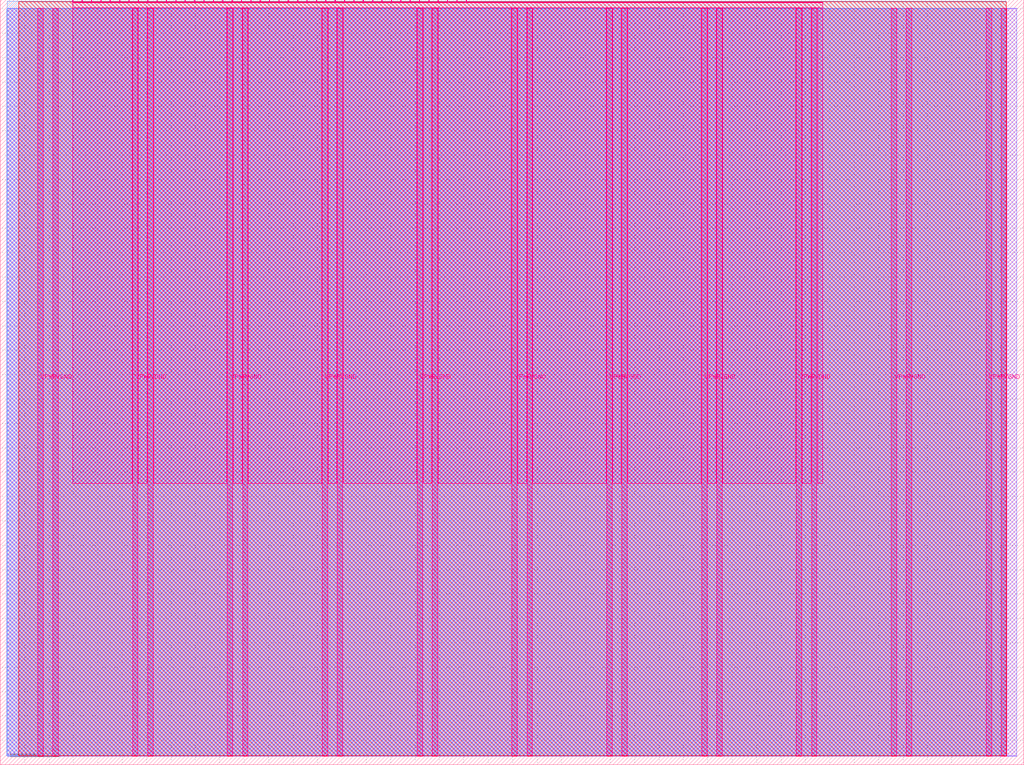
<source format=lef>
VERSION 5.7 ;
  NOWIREEXTENSIONATPIN ON ;
  DIVIDERCHAR "/" ;
  BUSBITCHARS "[]" ;
MACRO tt_um_space_invaders_game
  CLASS BLOCK ;
  FOREIGN tt_um_space_invaders_game ;
  ORIGIN 0.000 0.000 ;
  SIZE 419.520 BY 313.740 ;
  PIN VGND
    DIRECTION INOUT ;
    USE GROUND ;
    PORT
      LAYER Metal5 ;
        RECT 21.580 3.560 23.780 310.180 ;
    END
    PORT
      LAYER Metal5 ;
        RECT 60.450 3.560 62.650 310.180 ;
    END
    PORT
      LAYER Metal5 ;
        RECT 99.320 3.560 101.520 310.180 ;
    END
    PORT
      LAYER Metal5 ;
        RECT 138.190 3.560 140.390 310.180 ;
    END
    PORT
      LAYER Metal5 ;
        RECT 177.060 3.560 179.260 310.180 ;
    END
    PORT
      LAYER Metal5 ;
        RECT 215.930 3.560 218.130 310.180 ;
    END
    PORT
      LAYER Metal5 ;
        RECT 254.800 3.560 257.000 310.180 ;
    END
    PORT
      LAYER Metal5 ;
        RECT 293.670 3.560 295.870 310.180 ;
    END
    PORT
      LAYER Metal5 ;
        RECT 332.540 3.560 334.740 310.180 ;
    END
    PORT
      LAYER Metal5 ;
        RECT 371.410 3.560 373.610 310.180 ;
    END
    PORT
      LAYER Metal5 ;
        RECT 410.280 3.560 412.480 310.180 ;
    END
  END VGND
  PIN VPWR
    DIRECTION INOUT ;
    USE POWER ;
    PORT
      LAYER Metal5 ;
        RECT 15.380 3.560 17.580 310.180 ;
    END
    PORT
      LAYER Metal5 ;
        RECT 54.250 3.560 56.450 310.180 ;
    END
    PORT
      LAYER Metal5 ;
        RECT 93.120 3.560 95.320 310.180 ;
    END
    PORT
      LAYER Metal5 ;
        RECT 131.990 3.560 134.190 310.180 ;
    END
    PORT
      LAYER Metal5 ;
        RECT 170.860 3.560 173.060 310.180 ;
    END
    PORT
      LAYER Metal5 ;
        RECT 209.730 3.560 211.930 310.180 ;
    END
    PORT
      LAYER Metal5 ;
        RECT 248.600 3.560 250.800 310.180 ;
    END
    PORT
      LAYER Metal5 ;
        RECT 287.470 3.560 289.670 310.180 ;
    END
    PORT
      LAYER Metal5 ;
        RECT 326.340 3.560 328.540 310.180 ;
    END
    PORT
      LAYER Metal5 ;
        RECT 365.210 3.560 367.410 310.180 ;
    END
    PORT
      LAYER Metal5 ;
        RECT 404.080 3.560 406.280 310.180 ;
    END
  END VPWR
  PIN clk
    DIRECTION INPUT ;
    USE SIGNAL ;
    ANTENNAGATEAREA 0.213200 ;
    PORT
      LAYER Metal5 ;
        RECT 187.050 312.740 187.350 313.740 ;
    END
  END clk
  PIN ena
    DIRECTION INPUT ;
    USE SIGNAL ;
    PORT
      LAYER Metal5 ;
        RECT 190.890 312.740 191.190 313.740 ;
    END
  END ena
  PIN rst_n
    DIRECTION INPUT ;
    USE SIGNAL ;
    ANTENNAGATEAREA 0.314600 ;
    PORT
      LAYER Metal5 ;
        RECT 183.210 312.740 183.510 313.740 ;
    END
  END rst_n
  PIN ui_in[0]
    DIRECTION INPUT ;
    USE SIGNAL ;
    ANTENNAGATEAREA 0.180700 ;
    PORT
      LAYER Metal5 ;
        RECT 179.370 312.740 179.670 313.740 ;
    END
  END ui_in[0]
  PIN ui_in[1]
    DIRECTION INPUT ;
    USE SIGNAL ;
    ANTENNAGATEAREA 0.180700 ;
    PORT
      LAYER Metal5 ;
        RECT 175.530 312.740 175.830 313.740 ;
    END
  END ui_in[1]
  PIN ui_in[2]
    DIRECTION INPUT ;
    USE SIGNAL ;
    ANTENNAGATEAREA 0.180700 ;
    PORT
      LAYER Metal5 ;
        RECT 171.690 312.740 171.990 313.740 ;
    END
  END ui_in[2]
  PIN ui_in[3]
    DIRECTION INPUT ;
    USE SIGNAL ;
    PORT
      LAYER Metal5 ;
        RECT 167.850 312.740 168.150 313.740 ;
    END
  END ui_in[3]
  PIN ui_in[4]
    DIRECTION INPUT ;
    USE SIGNAL ;
    PORT
      LAYER Metal5 ;
        RECT 164.010 312.740 164.310 313.740 ;
    END
  END ui_in[4]
  PIN ui_in[5]
    DIRECTION INPUT ;
    USE SIGNAL ;
    PORT
      LAYER Metal5 ;
        RECT 160.170 312.740 160.470 313.740 ;
    END
  END ui_in[5]
  PIN ui_in[6]
    DIRECTION INPUT ;
    USE SIGNAL ;
    PORT
      LAYER Metal5 ;
        RECT 156.330 312.740 156.630 313.740 ;
    END
  END ui_in[6]
  PIN ui_in[7]
    DIRECTION INPUT ;
    USE SIGNAL ;
    PORT
      LAYER Metal5 ;
        RECT 152.490 312.740 152.790 313.740 ;
    END
  END ui_in[7]
  PIN uio_in[0]
    DIRECTION INPUT ;
    USE SIGNAL ;
    PORT
      LAYER Metal5 ;
        RECT 148.650 312.740 148.950 313.740 ;
    END
  END uio_in[0]
  PIN uio_in[1]
    DIRECTION INPUT ;
    USE SIGNAL ;
    PORT
      LAYER Metal5 ;
        RECT 144.810 312.740 145.110 313.740 ;
    END
  END uio_in[1]
  PIN uio_in[2]
    DIRECTION INPUT ;
    USE SIGNAL ;
    PORT
      LAYER Metal5 ;
        RECT 140.970 312.740 141.270 313.740 ;
    END
  END uio_in[2]
  PIN uio_in[3]
    DIRECTION INPUT ;
    USE SIGNAL ;
    PORT
      LAYER Metal5 ;
        RECT 137.130 312.740 137.430 313.740 ;
    END
  END uio_in[3]
  PIN uio_in[4]
    DIRECTION INPUT ;
    USE SIGNAL ;
    PORT
      LAYER Metal5 ;
        RECT 133.290 312.740 133.590 313.740 ;
    END
  END uio_in[4]
  PIN uio_in[5]
    DIRECTION INPUT ;
    USE SIGNAL ;
    PORT
      LAYER Metal5 ;
        RECT 129.450 312.740 129.750 313.740 ;
    END
  END uio_in[5]
  PIN uio_in[6]
    DIRECTION INPUT ;
    USE SIGNAL ;
    PORT
      LAYER Metal5 ;
        RECT 125.610 312.740 125.910 313.740 ;
    END
  END uio_in[6]
  PIN uio_in[7]
    DIRECTION INPUT ;
    USE SIGNAL ;
    PORT
      LAYER Metal5 ;
        RECT 121.770 312.740 122.070 313.740 ;
    END
  END uio_in[7]
  PIN uio_oe[0]
    DIRECTION OUTPUT ;
    USE SIGNAL ;
    ANTENNADIFFAREA 0.299200 ;
    PORT
      LAYER Metal5 ;
        RECT 56.490 312.740 56.790 313.740 ;
    END
  END uio_oe[0]
  PIN uio_oe[1]
    DIRECTION OUTPUT ;
    USE SIGNAL ;
    ANTENNADIFFAREA 0.299200 ;
    PORT
      LAYER Metal5 ;
        RECT 52.650 312.740 52.950 313.740 ;
    END
  END uio_oe[1]
  PIN uio_oe[2]
    DIRECTION OUTPUT ;
    USE SIGNAL ;
    ANTENNADIFFAREA 0.299200 ;
    PORT
      LAYER Metal5 ;
        RECT 48.810 312.740 49.110 313.740 ;
    END
  END uio_oe[2]
  PIN uio_oe[3]
    DIRECTION OUTPUT ;
    USE SIGNAL ;
    ANTENNADIFFAREA 0.299200 ;
    PORT
      LAYER Metal5 ;
        RECT 44.970 312.740 45.270 313.740 ;
    END
  END uio_oe[3]
  PIN uio_oe[4]
    DIRECTION OUTPUT ;
    USE SIGNAL ;
    ANTENNADIFFAREA 0.299200 ;
    PORT
      LAYER Metal5 ;
        RECT 41.130 312.740 41.430 313.740 ;
    END
  END uio_oe[4]
  PIN uio_oe[5]
    DIRECTION OUTPUT ;
    USE SIGNAL ;
    ANTENNADIFFAREA 0.299200 ;
    PORT
      LAYER Metal5 ;
        RECT 37.290 312.740 37.590 313.740 ;
    END
  END uio_oe[5]
  PIN uio_oe[6]
    DIRECTION OUTPUT ;
    USE SIGNAL ;
    ANTENNADIFFAREA 0.299200 ;
    PORT
      LAYER Metal5 ;
        RECT 33.450 312.740 33.750 313.740 ;
    END
  END uio_oe[6]
  PIN uio_oe[7]
    DIRECTION OUTPUT ;
    USE SIGNAL ;
    ANTENNADIFFAREA 0.299200 ;
    PORT
      LAYER Metal5 ;
        RECT 29.610 312.740 29.910 313.740 ;
    END
  END uio_oe[7]
  PIN uio_out[0]
    DIRECTION OUTPUT ;
    USE SIGNAL ;
    ANTENNADIFFAREA 0.299200 ;
    PORT
      LAYER Metal5 ;
        RECT 87.210 312.740 87.510 313.740 ;
    END
  END uio_out[0]
  PIN uio_out[1]
    DIRECTION OUTPUT ;
    USE SIGNAL ;
    ANTENNADIFFAREA 0.299200 ;
    PORT
      LAYER Metal5 ;
        RECT 83.370 312.740 83.670 313.740 ;
    END
  END uio_out[1]
  PIN uio_out[2]
    DIRECTION OUTPUT ;
    USE SIGNAL ;
    ANTENNADIFFAREA 0.299200 ;
    PORT
      LAYER Metal5 ;
        RECT 79.530 312.740 79.830 313.740 ;
    END
  END uio_out[2]
  PIN uio_out[3]
    DIRECTION OUTPUT ;
    USE SIGNAL ;
    ANTENNADIFFAREA 0.299200 ;
    PORT
      LAYER Metal5 ;
        RECT 75.690 312.740 75.990 313.740 ;
    END
  END uio_out[3]
  PIN uio_out[4]
    DIRECTION OUTPUT ;
    USE SIGNAL ;
    ANTENNADIFFAREA 0.299200 ;
    PORT
      LAYER Metal5 ;
        RECT 71.850 312.740 72.150 313.740 ;
    END
  END uio_out[4]
  PIN uio_out[5]
    DIRECTION OUTPUT ;
    USE SIGNAL ;
    ANTENNADIFFAREA 0.299200 ;
    PORT
      LAYER Metal5 ;
        RECT 68.010 312.740 68.310 313.740 ;
    END
  END uio_out[5]
  PIN uio_out[6]
    DIRECTION OUTPUT ;
    USE SIGNAL ;
    ANTENNADIFFAREA 0.299200 ;
    PORT
      LAYER Metal5 ;
        RECT 64.170 312.740 64.470 313.740 ;
    END
  END uio_out[6]
  PIN uio_out[7]
    DIRECTION OUTPUT ;
    USE SIGNAL ;
    ANTENNADIFFAREA 0.299200 ;
    PORT
      LAYER Metal5 ;
        RECT 60.330 312.740 60.630 313.740 ;
    END
  END uio_out[7]
  PIN uo_out[0]
    DIRECTION OUTPUT ;
    USE SIGNAL ;
    ANTENNADIFFAREA 0.632400 ;
    PORT
      LAYER Metal5 ;
        RECT 117.930 312.740 118.230 313.740 ;
    END
  END uo_out[0]
  PIN uo_out[1]
    DIRECTION OUTPUT ;
    USE SIGNAL ;
    ANTENNADIFFAREA 0.632400 ;
    PORT
      LAYER Metal5 ;
        RECT 114.090 312.740 114.390 313.740 ;
    END
  END uo_out[1]
  PIN uo_out[2]
    DIRECTION OUTPUT ;
    USE SIGNAL ;
    ANTENNADIFFAREA 0.632400 ;
    PORT
      LAYER Metal5 ;
        RECT 110.250 312.740 110.550 313.740 ;
    END
  END uo_out[2]
  PIN uo_out[3]
    DIRECTION OUTPUT ;
    USE SIGNAL ;
    ANTENNADIFFAREA 0.706800 ;
    PORT
      LAYER Metal5 ;
        RECT 106.410 312.740 106.710 313.740 ;
    END
  END uo_out[3]
  PIN uo_out[4]
    DIRECTION OUTPUT ;
    USE SIGNAL ;
    ANTENNADIFFAREA 0.632400 ;
    PORT
      LAYER Metal5 ;
        RECT 102.570 312.740 102.870 313.740 ;
    END
  END uo_out[4]
  PIN uo_out[5]
    DIRECTION OUTPUT ;
    USE SIGNAL ;
    ANTENNADIFFAREA 0.632400 ;
    PORT
      LAYER Metal5 ;
        RECT 98.730 312.740 99.030 313.740 ;
    END
  END uo_out[5]
  PIN uo_out[6]
    DIRECTION OUTPUT ;
    USE SIGNAL ;
    ANTENNADIFFAREA 0.632400 ;
    PORT
      LAYER Metal5 ;
        RECT 94.890 312.740 95.190 313.740 ;
    END
  END uo_out[6]
  PIN uo_out[7]
    DIRECTION OUTPUT ;
    USE SIGNAL ;
    ANTENNADIFFAREA 0.706800 ;
    PORT
      LAYER Metal5 ;
        RECT 91.050 312.740 91.350 313.740 ;
    END
  END uo_out[7]
  OBS
      LAYER GatPoly ;
        RECT 2.880 3.630 416.640 310.110 ;
      LAYER Metal1 ;
        RECT 2.880 3.560 416.640 310.180 ;
      LAYER Metal2 ;
        RECT 2.605 3.680 412.345 310.060 ;
      LAYER Metal3 ;
        RECT 2.780 3.635 412.300 313.045 ;
      LAYER Metal4 ;
        RECT 7.535 3.680 412.345 313.000 ;
      LAYER Metal5 ;
        RECT 30.120 312.530 33.240 312.740 ;
        RECT 33.960 312.530 37.080 312.740 ;
        RECT 37.800 312.530 40.920 312.740 ;
        RECT 41.640 312.530 44.760 312.740 ;
        RECT 45.480 312.530 48.600 312.740 ;
        RECT 49.320 312.530 52.440 312.740 ;
        RECT 53.160 312.530 56.280 312.740 ;
        RECT 57.000 312.530 60.120 312.740 ;
        RECT 60.840 312.530 63.960 312.740 ;
        RECT 64.680 312.530 67.800 312.740 ;
        RECT 68.520 312.530 71.640 312.740 ;
        RECT 72.360 312.530 75.480 312.740 ;
        RECT 76.200 312.530 79.320 312.740 ;
        RECT 80.040 312.530 83.160 312.740 ;
        RECT 83.880 312.530 87.000 312.740 ;
        RECT 87.720 312.530 90.840 312.740 ;
        RECT 91.560 312.530 94.680 312.740 ;
        RECT 95.400 312.530 98.520 312.740 ;
        RECT 99.240 312.530 102.360 312.740 ;
        RECT 103.080 312.530 106.200 312.740 ;
        RECT 106.920 312.530 110.040 312.740 ;
        RECT 110.760 312.530 113.880 312.740 ;
        RECT 114.600 312.530 117.720 312.740 ;
        RECT 118.440 312.530 121.560 312.740 ;
        RECT 122.280 312.530 125.400 312.740 ;
        RECT 126.120 312.530 129.240 312.740 ;
        RECT 129.960 312.530 133.080 312.740 ;
        RECT 133.800 312.530 136.920 312.740 ;
        RECT 137.640 312.530 140.760 312.740 ;
        RECT 141.480 312.530 144.600 312.740 ;
        RECT 145.320 312.530 148.440 312.740 ;
        RECT 149.160 312.530 152.280 312.740 ;
        RECT 153.000 312.530 156.120 312.740 ;
        RECT 156.840 312.530 159.960 312.740 ;
        RECT 160.680 312.530 163.800 312.740 ;
        RECT 164.520 312.530 167.640 312.740 ;
        RECT 168.360 312.530 171.480 312.740 ;
        RECT 172.200 312.530 175.320 312.740 ;
        RECT 176.040 312.530 179.160 312.740 ;
        RECT 179.880 312.530 183.000 312.740 ;
        RECT 183.720 312.530 186.840 312.740 ;
        RECT 187.560 312.530 190.680 312.740 ;
        RECT 191.400 312.530 337.060 312.740 ;
        RECT 29.660 310.390 337.060 312.530 ;
        RECT 29.660 115.355 54.040 310.390 ;
        RECT 56.660 115.355 60.240 310.390 ;
        RECT 62.860 115.355 92.910 310.390 ;
        RECT 95.530 115.355 99.110 310.390 ;
        RECT 101.730 115.355 131.780 310.390 ;
        RECT 134.400 115.355 137.980 310.390 ;
        RECT 140.600 115.355 170.650 310.390 ;
        RECT 173.270 115.355 176.850 310.390 ;
        RECT 179.470 115.355 209.520 310.390 ;
        RECT 212.140 115.355 215.720 310.390 ;
        RECT 218.340 115.355 248.390 310.390 ;
        RECT 251.010 115.355 254.590 310.390 ;
        RECT 257.210 115.355 287.260 310.390 ;
        RECT 289.880 115.355 293.460 310.390 ;
        RECT 296.080 115.355 326.130 310.390 ;
        RECT 328.750 115.355 332.330 310.390 ;
        RECT 334.950 115.355 337.060 310.390 ;
  END
END tt_um_space_invaders_game
END LIBRARY


</source>
